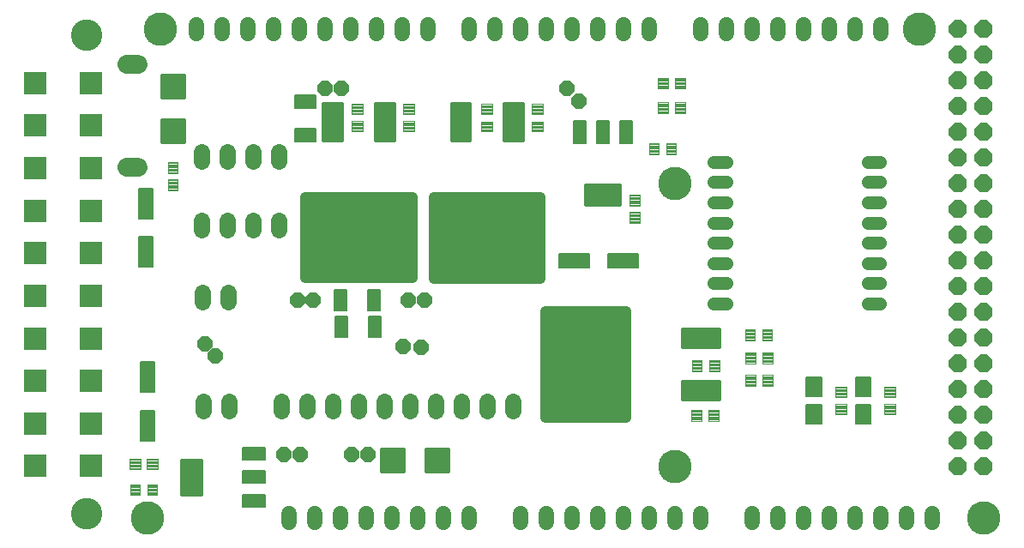
<source format=gts>
G75*
%MOIN*%
%OFA0B0*%
%FSLAX25Y25*%
%IPPOS*%
%LPD*%
%AMOC8*
5,1,8,0,0,1.08239X$1,22.5*
%
%ADD10C,0.12998*%
%ADD11C,0.06000*%
%ADD12OC8,0.07000*%
%ADD13R,0.08668X0.08668*%
%ADD14C,0.12211*%
%ADD15C,0.06337*%
%ADD16C,0.00985*%
%ADD17C,0.07400*%
%ADD18C,0.00591*%
%ADD19C,0.00434*%
%ADD20C,0.00840*%
%ADD21C,0.03540*%
%ADD22C,0.00540*%
%ADD23C,0.00631*%
%ADD24C,0.00520*%
%ADD25C,0.00906*%
%ADD26C,0.05156*%
%ADD27OC8,0.06000*%
D10*
X0063059Y0015500D03*
X0268059Y0035500D03*
X0388059Y0015500D03*
X0268059Y0145500D03*
X0363059Y0205500D03*
X0068059Y0205500D03*
D11*
X0082059Y0203820D02*
X0082059Y0207180D01*
X0092059Y0207180D02*
X0092059Y0203820D01*
X0102059Y0203820D02*
X0102059Y0207180D01*
X0112059Y0207180D02*
X0112059Y0203820D01*
X0122059Y0203820D02*
X0122059Y0207180D01*
X0132059Y0207180D02*
X0132059Y0203820D01*
X0142059Y0203820D02*
X0142059Y0207180D01*
X0152059Y0207180D02*
X0152059Y0203820D01*
X0162059Y0203820D02*
X0162059Y0207180D01*
X0172059Y0207180D02*
X0172059Y0203820D01*
X0188059Y0203820D02*
X0188059Y0207180D01*
X0198059Y0207180D02*
X0198059Y0203820D01*
X0208059Y0203820D02*
X0208059Y0207180D01*
X0218059Y0207180D02*
X0218059Y0203820D01*
X0228059Y0203820D02*
X0228059Y0207180D01*
X0238059Y0207180D02*
X0238059Y0203820D01*
X0248059Y0203820D02*
X0248059Y0207180D01*
X0258059Y0207180D02*
X0258059Y0203820D01*
X0278059Y0203820D02*
X0278059Y0207180D01*
X0288059Y0207180D02*
X0288059Y0203820D01*
X0298059Y0203820D02*
X0298059Y0207180D01*
X0308059Y0207180D02*
X0308059Y0203820D01*
X0318059Y0203820D02*
X0318059Y0207180D01*
X0328059Y0207180D02*
X0328059Y0203820D01*
X0338059Y0203820D02*
X0338059Y0207180D01*
X0348059Y0207180D02*
X0348059Y0203820D01*
X0348059Y0017180D02*
X0348059Y0013820D01*
X0338059Y0013820D02*
X0338059Y0017180D01*
X0328059Y0017180D02*
X0328059Y0013820D01*
X0318059Y0013820D02*
X0318059Y0017180D01*
X0308059Y0017180D02*
X0308059Y0013820D01*
X0298059Y0013820D02*
X0298059Y0017180D01*
X0278059Y0017180D02*
X0278059Y0013820D01*
X0268059Y0013820D02*
X0268059Y0017180D01*
X0258059Y0017180D02*
X0258059Y0013820D01*
X0248059Y0013820D02*
X0248059Y0017180D01*
X0238059Y0017180D02*
X0238059Y0013820D01*
X0228059Y0013820D02*
X0228059Y0017180D01*
X0218059Y0017180D02*
X0218059Y0013820D01*
X0208059Y0013820D02*
X0208059Y0017180D01*
X0188059Y0017180D02*
X0188059Y0013820D01*
X0178059Y0013820D02*
X0178059Y0017180D01*
X0168059Y0017180D02*
X0168059Y0013820D01*
X0158059Y0013820D02*
X0158059Y0017180D01*
X0148059Y0017180D02*
X0148059Y0013820D01*
X0138059Y0013820D02*
X0138059Y0017180D01*
X0128059Y0017180D02*
X0128059Y0013820D01*
X0118059Y0013820D02*
X0118059Y0017180D01*
X0358059Y0017180D02*
X0358059Y0013820D01*
X0368059Y0013820D02*
X0368059Y0017180D01*
D12*
X0378059Y0035500D03*
X0388059Y0035500D03*
X0388059Y0045500D03*
X0378059Y0045500D03*
X0378059Y0055500D03*
X0388059Y0055500D03*
X0388059Y0065500D03*
X0378059Y0065500D03*
X0378059Y0075500D03*
X0388059Y0075500D03*
X0388059Y0085500D03*
X0378059Y0085500D03*
X0378059Y0095500D03*
X0388059Y0095500D03*
X0388059Y0105500D03*
X0378059Y0105500D03*
X0378059Y0115500D03*
X0388059Y0115500D03*
X0388059Y0125500D03*
X0378059Y0125500D03*
X0378059Y0135500D03*
X0388059Y0135500D03*
X0388059Y0145500D03*
X0378059Y0145500D03*
X0378059Y0155500D03*
X0388059Y0155500D03*
X0388059Y0165500D03*
X0378059Y0165500D03*
X0378059Y0175500D03*
X0388059Y0175500D03*
X0388059Y0185500D03*
X0378059Y0185500D03*
X0378059Y0195500D03*
X0388059Y0195500D03*
X0388059Y0205500D03*
X0378059Y0205500D03*
D13*
X0041327Y0184634D03*
X0019673Y0184634D03*
X0019673Y0168098D03*
X0041327Y0168098D03*
X0041327Y0151563D03*
X0019673Y0151563D03*
X0019673Y0135028D03*
X0041327Y0135028D03*
X0041327Y0118492D03*
X0019673Y0118492D03*
X0019673Y0101957D03*
X0041327Y0101957D03*
X0041327Y0085421D03*
X0019673Y0085421D03*
X0019673Y0068886D03*
X0041327Y0068886D03*
X0041327Y0052350D03*
X0019673Y0052350D03*
X0019673Y0035815D03*
X0041327Y0035815D03*
D14*
X0039516Y0017311D03*
X0039516Y0203138D03*
D15*
X0084122Y0157872D02*
X0084122Y0154309D01*
X0094122Y0154309D02*
X0094122Y0157872D01*
X0104122Y0157872D02*
X0104122Y0154309D01*
X0114122Y0154309D02*
X0114122Y0157872D01*
X0114240Y0131297D02*
X0114240Y0127735D01*
X0104240Y0127735D02*
X0104240Y0131297D01*
X0094240Y0131297D02*
X0094240Y0127735D01*
X0084240Y0127735D02*
X0084240Y0131297D01*
X0084437Y0103265D02*
X0084437Y0099703D01*
X0094437Y0099703D02*
X0094437Y0103265D01*
X0094859Y0060881D02*
X0094859Y0057319D01*
X0084859Y0057319D02*
X0084859Y0060881D01*
X0115343Y0060903D02*
X0115343Y0057341D01*
X0125343Y0057341D02*
X0125343Y0060903D01*
X0135343Y0060903D02*
X0135343Y0057341D01*
X0145343Y0057341D02*
X0145343Y0060903D01*
X0155343Y0060903D02*
X0155343Y0057341D01*
X0165343Y0057341D02*
X0165343Y0060903D01*
X0175343Y0060903D02*
X0175343Y0057341D01*
X0185343Y0057341D02*
X0185343Y0060903D01*
X0195343Y0060903D02*
X0195343Y0057341D01*
X0205343Y0057341D02*
X0205343Y0060903D01*
D16*
X0180208Y0042609D02*
X0171344Y0042609D01*
X0180208Y0042609D02*
X0180208Y0033745D01*
X0171344Y0033745D01*
X0171344Y0042609D01*
X0171344Y0034729D02*
X0180208Y0034729D01*
X0180208Y0035713D02*
X0171344Y0035713D01*
X0171344Y0036697D02*
X0180208Y0036697D01*
X0180208Y0037681D02*
X0171344Y0037681D01*
X0171344Y0038665D02*
X0180208Y0038665D01*
X0180208Y0039649D02*
X0171344Y0039649D01*
X0171344Y0040633D02*
X0180208Y0040633D01*
X0180208Y0041617D02*
X0171344Y0041617D01*
X0171344Y0042601D02*
X0180208Y0042601D01*
X0162885Y0042609D02*
X0154021Y0042609D01*
X0162885Y0042609D02*
X0162885Y0033745D01*
X0154021Y0033745D01*
X0154021Y0042609D01*
X0154021Y0034729D02*
X0162885Y0034729D01*
X0162885Y0035713D02*
X0154021Y0035713D01*
X0154021Y0036697D02*
X0162885Y0036697D01*
X0162885Y0037681D02*
X0154021Y0037681D01*
X0154021Y0038665D02*
X0162885Y0038665D01*
X0162885Y0039649D02*
X0154021Y0039649D01*
X0154021Y0040633D02*
X0162885Y0040633D01*
X0162885Y0041617D02*
X0154021Y0041617D01*
X0154021Y0042601D02*
X0162885Y0042601D01*
X0077452Y0161698D02*
X0077452Y0170562D01*
X0077452Y0161698D02*
X0068588Y0161698D01*
X0068588Y0170562D01*
X0077452Y0170562D01*
X0077452Y0162682D02*
X0068588Y0162682D01*
X0068588Y0163666D02*
X0077452Y0163666D01*
X0077452Y0164650D02*
X0068588Y0164650D01*
X0068588Y0165634D02*
X0077452Y0165634D01*
X0077452Y0166618D02*
X0068588Y0166618D01*
X0068588Y0167602D02*
X0077452Y0167602D01*
X0077452Y0168586D02*
X0068588Y0168586D01*
X0068588Y0169570D02*
X0077452Y0169570D01*
X0077452Y0170554D02*
X0068588Y0170554D01*
X0077452Y0179021D02*
X0077452Y0187885D01*
X0077452Y0179021D02*
X0068588Y0179021D01*
X0068588Y0187885D01*
X0077452Y0187885D01*
X0077452Y0180005D02*
X0068588Y0180005D01*
X0068588Y0180989D02*
X0077452Y0180989D01*
X0077452Y0181973D02*
X0068588Y0181973D01*
X0068588Y0182957D02*
X0077452Y0182957D01*
X0077452Y0183941D02*
X0068588Y0183941D01*
X0068588Y0184925D02*
X0077452Y0184925D01*
X0077452Y0185909D02*
X0068588Y0185909D01*
X0068588Y0186893D02*
X0077452Y0186893D01*
X0077452Y0187877D02*
X0068588Y0187877D01*
D17*
X0059372Y0192035D02*
X0055172Y0192035D01*
X0055172Y0152035D02*
X0059372Y0152035D01*
D18*
X0065169Y0143672D02*
X0065169Y0132052D01*
X0059847Y0132052D01*
X0059847Y0143672D01*
X0065169Y0143672D01*
X0065169Y0132642D02*
X0059847Y0132642D01*
X0059847Y0133232D02*
X0065169Y0133232D01*
X0065169Y0133822D02*
X0059847Y0133822D01*
X0059847Y0134412D02*
X0065169Y0134412D01*
X0065169Y0135002D02*
X0059847Y0135002D01*
X0059847Y0135592D02*
X0065169Y0135592D01*
X0065169Y0136182D02*
X0059847Y0136182D01*
X0059847Y0136772D02*
X0065169Y0136772D01*
X0065169Y0137362D02*
X0059847Y0137362D01*
X0059847Y0137952D02*
X0065169Y0137952D01*
X0065169Y0138542D02*
X0059847Y0138542D01*
X0059847Y0139132D02*
X0065169Y0139132D01*
X0065169Y0139722D02*
X0059847Y0139722D01*
X0059847Y0140312D02*
X0065169Y0140312D01*
X0065169Y0140902D02*
X0059847Y0140902D01*
X0059847Y0141492D02*
X0065169Y0141492D01*
X0065169Y0142082D02*
X0059847Y0142082D01*
X0059847Y0142672D02*
X0065169Y0142672D01*
X0065169Y0143262D02*
X0059847Y0143262D01*
X0065169Y0124775D02*
X0065169Y0113155D01*
X0059847Y0113155D01*
X0059847Y0124775D01*
X0065169Y0124775D01*
X0065169Y0113745D02*
X0059847Y0113745D01*
X0059847Y0114335D02*
X0065169Y0114335D01*
X0065169Y0114925D02*
X0059847Y0114925D01*
X0059847Y0115515D02*
X0065169Y0115515D01*
X0065169Y0116105D02*
X0059847Y0116105D01*
X0059847Y0116695D02*
X0065169Y0116695D01*
X0065169Y0117285D02*
X0059847Y0117285D01*
X0059847Y0117875D02*
X0065169Y0117875D01*
X0065169Y0118465D02*
X0059847Y0118465D01*
X0059847Y0119055D02*
X0065169Y0119055D01*
X0065169Y0119645D02*
X0059847Y0119645D01*
X0059847Y0120235D02*
X0065169Y0120235D01*
X0065169Y0120825D02*
X0059847Y0120825D01*
X0059847Y0121415D02*
X0065169Y0121415D01*
X0065169Y0122005D02*
X0059847Y0122005D01*
X0059847Y0122595D02*
X0065169Y0122595D01*
X0065169Y0123185D02*
X0059847Y0123185D01*
X0059847Y0123775D02*
X0065169Y0123775D01*
X0065169Y0124365D02*
X0059847Y0124365D01*
X0060516Y0076271D02*
X0060516Y0064651D01*
X0060516Y0076271D02*
X0065838Y0076271D01*
X0065838Y0064651D01*
X0060516Y0064651D01*
X0060516Y0065241D02*
X0065838Y0065241D01*
X0065838Y0065831D02*
X0060516Y0065831D01*
X0060516Y0066421D02*
X0065838Y0066421D01*
X0065838Y0067011D02*
X0060516Y0067011D01*
X0060516Y0067601D02*
X0065838Y0067601D01*
X0065838Y0068191D02*
X0060516Y0068191D01*
X0060516Y0068781D02*
X0065838Y0068781D01*
X0065838Y0069371D02*
X0060516Y0069371D01*
X0060516Y0069961D02*
X0065838Y0069961D01*
X0065838Y0070551D02*
X0060516Y0070551D01*
X0060516Y0071141D02*
X0065838Y0071141D01*
X0065838Y0071731D02*
X0060516Y0071731D01*
X0060516Y0072321D02*
X0065838Y0072321D01*
X0065838Y0072911D02*
X0060516Y0072911D01*
X0060516Y0073501D02*
X0065838Y0073501D01*
X0065838Y0074091D02*
X0060516Y0074091D01*
X0060516Y0074681D02*
X0065838Y0074681D01*
X0065838Y0075271D02*
X0060516Y0075271D01*
X0060516Y0075861D02*
X0065838Y0075861D01*
X0060516Y0057373D02*
X0060516Y0045753D01*
X0060516Y0057373D02*
X0065838Y0057373D01*
X0065838Y0045753D01*
X0060516Y0045753D01*
X0060516Y0046343D02*
X0065838Y0046343D01*
X0065838Y0046933D02*
X0060516Y0046933D01*
X0060516Y0047523D02*
X0065838Y0047523D01*
X0065838Y0048113D02*
X0060516Y0048113D01*
X0060516Y0048703D02*
X0065838Y0048703D01*
X0065838Y0049293D02*
X0060516Y0049293D01*
X0060516Y0049883D02*
X0065838Y0049883D01*
X0065838Y0050473D02*
X0060516Y0050473D01*
X0060516Y0051063D02*
X0065838Y0051063D01*
X0065838Y0051653D02*
X0060516Y0051653D01*
X0060516Y0052243D02*
X0065838Y0052243D01*
X0065838Y0052833D02*
X0060516Y0052833D01*
X0060516Y0053423D02*
X0065838Y0053423D01*
X0065838Y0054013D02*
X0060516Y0054013D01*
X0060516Y0054603D02*
X0065838Y0054603D01*
X0065838Y0055193D02*
X0060516Y0055193D01*
X0060516Y0055783D02*
X0065838Y0055783D01*
X0065838Y0056373D02*
X0060516Y0056373D01*
X0060516Y0056963D02*
X0065838Y0056963D01*
X0223200Y0112839D02*
X0234820Y0112839D01*
X0223200Y0112839D02*
X0223200Y0118161D01*
X0234820Y0118161D01*
X0234820Y0112839D01*
X0234820Y0113429D02*
X0223200Y0113429D01*
X0223200Y0114019D02*
X0234820Y0114019D01*
X0234820Y0114609D02*
X0223200Y0114609D01*
X0223200Y0115199D02*
X0234820Y0115199D01*
X0234820Y0115789D02*
X0223200Y0115789D01*
X0223200Y0116379D02*
X0234820Y0116379D01*
X0234820Y0116969D02*
X0223200Y0116969D01*
X0223200Y0117559D02*
X0234820Y0117559D01*
X0234820Y0118149D02*
X0223200Y0118149D01*
X0242098Y0112839D02*
X0253718Y0112839D01*
X0242098Y0112839D02*
X0242098Y0118161D01*
X0253718Y0118161D01*
X0253718Y0112839D01*
X0253718Y0113429D02*
X0242098Y0113429D01*
X0242098Y0114019D02*
X0253718Y0114019D01*
X0253718Y0114609D02*
X0242098Y0114609D01*
X0242098Y0115199D02*
X0253718Y0115199D01*
X0253718Y0115789D02*
X0242098Y0115789D01*
X0242098Y0116379D02*
X0253718Y0116379D01*
X0253718Y0116969D02*
X0242098Y0116969D01*
X0242098Y0117559D02*
X0253718Y0117559D01*
X0253718Y0118149D02*
X0242098Y0118149D01*
D19*
X0250508Y0130206D02*
X0250508Y0134502D01*
X0254410Y0134502D01*
X0254410Y0130206D01*
X0250508Y0130206D01*
X0250508Y0130639D02*
X0254410Y0130639D01*
X0254410Y0131072D02*
X0250508Y0131072D01*
X0250508Y0131505D02*
X0254410Y0131505D01*
X0254410Y0131938D02*
X0250508Y0131938D01*
X0250508Y0132371D02*
X0254410Y0132371D01*
X0254410Y0132804D02*
X0250508Y0132804D01*
X0250508Y0133237D02*
X0254410Y0133237D01*
X0254410Y0133670D02*
X0250508Y0133670D01*
X0250508Y0134103D02*
X0254410Y0134103D01*
X0250508Y0136898D02*
X0250508Y0141194D01*
X0254410Y0141194D01*
X0254410Y0136898D01*
X0250508Y0136898D01*
X0250508Y0137331D02*
X0254410Y0137331D01*
X0254410Y0137764D02*
X0250508Y0137764D01*
X0250508Y0138197D02*
X0254410Y0138197D01*
X0254410Y0138630D02*
X0250508Y0138630D01*
X0250508Y0139063D02*
X0254410Y0139063D01*
X0254410Y0139496D02*
X0250508Y0139496D01*
X0250508Y0139929D02*
X0254410Y0139929D01*
X0254410Y0140362D02*
X0250508Y0140362D01*
X0250508Y0140795D02*
X0254410Y0140795D01*
X0258062Y0156952D02*
X0261964Y0156952D01*
X0258062Y0156952D02*
X0258062Y0161248D01*
X0261964Y0161248D01*
X0261964Y0156952D01*
X0261964Y0157385D02*
X0258062Y0157385D01*
X0258062Y0157818D02*
X0261964Y0157818D01*
X0261964Y0158251D02*
X0258062Y0158251D01*
X0258062Y0158684D02*
X0261964Y0158684D01*
X0261964Y0159117D02*
X0258062Y0159117D01*
X0258062Y0159550D02*
X0261964Y0159550D01*
X0261964Y0159983D02*
X0258062Y0159983D01*
X0258062Y0160416D02*
X0261964Y0160416D01*
X0261964Y0160849D02*
X0258062Y0160849D01*
X0264755Y0156952D02*
X0268657Y0156952D01*
X0264755Y0156952D02*
X0264755Y0161248D01*
X0268657Y0161248D01*
X0268657Y0156952D01*
X0268657Y0157385D02*
X0264755Y0157385D01*
X0264755Y0157818D02*
X0268657Y0157818D01*
X0268657Y0158251D02*
X0264755Y0158251D01*
X0264755Y0158684D02*
X0268657Y0158684D01*
X0268657Y0159117D02*
X0264755Y0159117D01*
X0264755Y0159550D02*
X0268657Y0159550D01*
X0268657Y0159983D02*
X0264755Y0159983D01*
X0264755Y0160416D02*
X0268657Y0160416D01*
X0268657Y0160849D02*
X0264755Y0160849D01*
X0265364Y0172840D02*
X0261462Y0172840D01*
X0261462Y0177136D01*
X0265364Y0177136D01*
X0265364Y0172840D01*
X0265364Y0173273D02*
X0261462Y0173273D01*
X0261462Y0173706D02*
X0265364Y0173706D01*
X0265364Y0174139D02*
X0261462Y0174139D01*
X0261462Y0174572D02*
X0265364Y0174572D01*
X0265364Y0175005D02*
X0261462Y0175005D01*
X0261462Y0175438D02*
X0265364Y0175438D01*
X0265364Y0175871D02*
X0261462Y0175871D01*
X0261462Y0176304D02*
X0265364Y0176304D01*
X0265364Y0176737D02*
X0261462Y0176737D01*
X0268155Y0172840D02*
X0272057Y0172840D01*
X0268155Y0172840D02*
X0268155Y0177136D01*
X0272057Y0177136D01*
X0272057Y0172840D01*
X0272057Y0173273D02*
X0268155Y0173273D01*
X0268155Y0173706D02*
X0272057Y0173706D01*
X0272057Y0174139D02*
X0268155Y0174139D01*
X0268155Y0174572D02*
X0272057Y0174572D01*
X0272057Y0175005D02*
X0268155Y0175005D01*
X0268155Y0175438D02*
X0272057Y0175438D01*
X0272057Y0175871D02*
X0268155Y0175871D01*
X0268155Y0176304D02*
X0272057Y0176304D01*
X0272057Y0176737D02*
X0268155Y0176737D01*
X0268155Y0182446D02*
X0272057Y0182446D01*
X0268155Y0182446D02*
X0268155Y0186742D01*
X0272057Y0186742D01*
X0272057Y0182446D01*
X0272057Y0182879D02*
X0268155Y0182879D01*
X0268155Y0183312D02*
X0272057Y0183312D01*
X0272057Y0183745D02*
X0268155Y0183745D01*
X0268155Y0184178D02*
X0272057Y0184178D01*
X0272057Y0184611D02*
X0268155Y0184611D01*
X0268155Y0185044D02*
X0272057Y0185044D01*
X0272057Y0185477D02*
X0268155Y0185477D01*
X0268155Y0185910D02*
X0272057Y0185910D01*
X0272057Y0186343D02*
X0268155Y0186343D01*
X0265364Y0182446D02*
X0261462Y0182446D01*
X0261462Y0186742D01*
X0265364Y0186742D01*
X0265364Y0182446D01*
X0265364Y0182879D02*
X0261462Y0182879D01*
X0261462Y0183312D02*
X0265364Y0183312D01*
X0265364Y0183745D02*
X0261462Y0183745D01*
X0261462Y0184178D02*
X0265364Y0184178D01*
X0265364Y0184611D02*
X0261462Y0184611D01*
X0261462Y0185044D02*
X0265364Y0185044D01*
X0265364Y0185477D02*
X0261462Y0185477D01*
X0261462Y0185910D02*
X0265364Y0185910D01*
X0265364Y0186343D02*
X0261462Y0186343D01*
X0216764Y0176439D02*
X0216764Y0172537D01*
X0212468Y0172537D01*
X0212468Y0176439D01*
X0216764Y0176439D01*
X0216764Y0172970D02*
X0212468Y0172970D01*
X0212468Y0173403D02*
X0216764Y0173403D01*
X0216764Y0173836D02*
X0212468Y0173836D01*
X0212468Y0174269D02*
X0216764Y0174269D01*
X0216764Y0174702D02*
X0212468Y0174702D01*
X0212468Y0175135D02*
X0216764Y0175135D01*
X0216764Y0175568D02*
X0212468Y0175568D01*
X0212468Y0176001D02*
X0216764Y0176001D01*
X0216764Y0176434D02*
X0212468Y0176434D01*
X0216764Y0169746D02*
X0216764Y0165844D01*
X0212468Y0165844D01*
X0212468Y0169746D01*
X0216764Y0169746D01*
X0216764Y0166277D02*
X0212468Y0166277D01*
X0212468Y0166710D02*
X0216764Y0166710D01*
X0216764Y0167143D02*
X0212468Y0167143D01*
X0212468Y0167576D02*
X0216764Y0167576D01*
X0216764Y0168009D02*
X0212468Y0168009D01*
X0212468Y0168442D02*
X0216764Y0168442D01*
X0216764Y0168875D02*
X0212468Y0168875D01*
X0212468Y0169308D02*
X0216764Y0169308D01*
X0216764Y0169741D02*
X0212468Y0169741D01*
X0192914Y0169746D02*
X0192914Y0165844D01*
X0192914Y0169746D02*
X0197210Y0169746D01*
X0197210Y0165844D01*
X0192914Y0165844D01*
X0192914Y0166277D02*
X0197210Y0166277D01*
X0197210Y0166710D02*
X0192914Y0166710D01*
X0192914Y0167143D02*
X0197210Y0167143D01*
X0197210Y0167576D02*
X0192914Y0167576D01*
X0192914Y0168009D02*
X0197210Y0168009D01*
X0197210Y0168442D02*
X0192914Y0168442D01*
X0192914Y0168875D02*
X0197210Y0168875D01*
X0197210Y0169308D02*
X0192914Y0169308D01*
X0192914Y0169741D02*
X0197210Y0169741D01*
X0192914Y0172537D02*
X0192914Y0176439D01*
X0197210Y0176439D01*
X0197210Y0172537D01*
X0192914Y0172537D01*
X0192914Y0172970D02*
X0197210Y0172970D01*
X0197210Y0173403D02*
X0192914Y0173403D01*
X0192914Y0173836D02*
X0197210Y0173836D01*
X0197210Y0174269D02*
X0192914Y0174269D01*
X0192914Y0174702D02*
X0197210Y0174702D01*
X0197210Y0175135D02*
X0192914Y0175135D01*
X0192914Y0175568D02*
X0197210Y0175568D01*
X0197210Y0176001D02*
X0192914Y0176001D01*
X0192914Y0176434D02*
X0197210Y0176434D01*
X0162512Y0176539D02*
X0162512Y0172637D01*
X0162512Y0176539D02*
X0166808Y0176539D01*
X0166808Y0172637D01*
X0162512Y0172637D01*
X0162512Y0173070D02*
X0166808Y0173070D01*
X0166808Y0173503D02*
X0162512Y0173503D01*
X0162512Y0173936D02*
X0166808Y0173936D01*
X0166808Y0174369D02*
X0162512Y0174369D01*
X0162512Y0174802D02*
X0166808Y0174802D01*
X0166808Y0175235D02*
X0162512Y0175235D01*
X0162512Y0175668D02*
X0166808Y0175668D01*
X0166808Y0176101D02*
X0162512Y0176101D01*
X0162512Y0176534D02*
X0166808Y0176534D01*
X0162512Y0169846D02*
X0162512Y0165944D01*
X0162512Y0169846D02*
X0166808Y0169846D01*
X0166808Y0165944D01*
X0162512Y0165944D01*
X0162512Y0166377D02*
X0166808Y0166377D01*
X0166808Y0166810D02*
X0162512Y0166810D01*
X0162512Y0167243D02*
X0166808Y0167243D01*
X0166808Y0167676D02*
X0162512Y0167676D01*
X0162512Y0168109D02*
X0166808Y0168109D01*
X0166808Y0168542D02*
X0162512Y0168542D01*
X0162512Y0168975D02*
X0166808Y0168975D01*
X0166808Y0169408D02*
X0162512Y0169408D01*
X0162512Y0169841D02*
X0166808Y0169841D01*
X0142558Y0169846D02*
X0142558Y0165944D01*
X0142558Y0169846D02*
X0146854Y0169846D01*
X0146854Y0165944D01*
X0142558Y0165944D01*
X0142558Y0166377D02*
X0146854Y0166377D01*
X0146854Y0166810D02*
X0142558Y0166810D01*
X0142558Y0167243D02*
X0146854Y0167243D01*
X0146854Y0167676D02*
X0142558Y0167676D01*
X0142558Y0168109D02*
X0146854Y0168109D01*
X0146854Y0168542D02*
X0142558Y0168542D01*
X0142558Y0168975D02*
X0146854Y0168975D01*
X0146854Y0169408D02*
X0142558Y0169408D01*
X0142558Y0169841D02*
X0146854Y0169841D01*
X0142558Y0172637D02*
X0142558Y0176539D01*
X0146854Y0176539D01*
X0146854Y0172637D01*
X0142558Y0172637D01*
X0142558Y0173070D02*
X0146854Y0173070D01*
X0146854Y0173503D02*
X0142558Y0173503D01*
X0142558Y0173936D02*
X0146854Y0173936D01*
X0146854Y0174369D02*
X0142558Y0174369D01*
X0142558Y0174802D02*
X0146854Y0174802D01*
X0146854Y0175235D02*
X0142558Y0175235D01*
X0142558Y0175668D02*
X0146854Y0175668D01*
X0146854Y0176101D02*
X0142558Y0176101D01*
X0142558Y0176534D02*
X0146854Y0176534D01*
X0071069Y0153908D02*
X0071069Y0149612D01*
X0071069Y0153908D02*
X0074971Y0153908D01*
X0074971Y0149612D01*
X0071069Y0149612D01*
X0071069Y0150045D02*
X0074971Y0150045D01*
X0074971Y0150478D02*
X0071069Y0150478D01*
X0071069Y0150911D02*
X0074971Y0150911D01*
X0074971Y0151344D02*
X0071069Y0151344D01*
X0071069Y0151777D02*
X0074971Y0151777D01*
X0074971Y0152210D02*
X0071069Y0152210D01*
X0071069Y0152643D02*
X0074971Y0152643D01*
X0074971Y0153076D02*
X0071069Y0153076D01*
X0071069Y0153509D02*
X0074971Y0153509D01*
X0071069Y0147215D02*
X0071069Y0142919D01*
X0071069Y0147215D02*
X0074971Y0147215D01*
X0074971Y0142919D01*
X0071069Y0142919D01*
X0071069Y0143352D02*
X0074971Y0143352D01*
X0074971Y0143785D02*
X0071069Y0143785D01*
X0071069Y0144218D02*
X0074971Y0144218D01*
X0074971Y0144651D02*
X0071069Y0144651D01*
X0071069Y0145084D02*
X0074971Y0145084D01*
X0074971Y0145517D02*
X0071069Y0145517D01*
X0071069Y0145950D02*
X0074971Y0145950D01*
X0074971Y0146383D02*
X0071069Y0146383D01*
X0071069Y0146816D02*
X0074971Y0146816D01*
X0274769Y0072643D02*
X0278671Y0072643D01*
X0274769Y0072643D02*
X0274769Y0076939D01*
X0278671Y0076939D01*
X0278671Y0072643D01*
X0278671Y0073076D02*
X0274769Y0073076D01*
X0274769Y0073509D02*
X0278671Y0073509D01*
X0278671Y0073942D02*
X0274769Y0073942D01*
X0274769Y0074375D02*
X0278671Y0074375D01*
X0278671Y0074808D02*
X0274769Y0074808D01*
X0274769Y0075241D02*
X0278671Y0075241D01*
X0278671Y0075674D02*
X0274769Y0075674D01*
X0274769Y0076107D02*
X0278671Y0076107D01*
X0278671Y0076540D02*
X0274769Y0076540D01*
X0281462Y0072643D02*
X0285364Y0072643D01*
X0281462Y0072643D02*
X0281462Y0076939D01*
X0285364Y0076939D01*
X0285364Y0072643D01*
X0285364Y0073076D02*
X0281462Y0073076D01*
X0281462Y0073509D02*
X0285364Y0073509D01*
X0285364Y0073942D02*
X0281462Y0073942D01*
X0281462Y0074375D02*
X0285364Y0074375D01*
X0285364Y0074808D02*
X0281462Y0074808D01*
X0281462Y0075241D02*
X0285364Y0075241D01*
X0285364Y0075674D02*
X0281462Y0075674D01*
X0281462Y0076107D02*
X0285364Y0076107D01*
X0285364Y0076540D02*
X0281462Y0076540D01*
X0295462Y0075752D02*
X0299364Y0075752D01*
X0295462Y0075752D02*
X0295462Y0080048D01*
X0299364Y0080048D01*
X0299364Y0075752D01*
X0299364Y0076185D02*
X0295462Y0076185D01*
X0295462Y0076618D02*
X0299364Y0076618D01*
X0299364Y0077051D02*
X0295462Y0077051D01*
X0295462Y0077484D02*
X0299364Y0077484D01*
X0299364Y0077917D02*
X0295462Y0077917D01*
X0295462Y0078350D02*
X0299364Y0078350D01*
X0299364Y0078783D02*
X0295462Y0078783D01*
X0295462Y0079216D02*
X0299364Y0079216D01*
X0299364Y0079649D02*
X0295462Y0079649D01*
X0302155Y0075752D02*
X0306057Y0075752D01*
X0302155Y0075752D02*
X0302155Y0080048D01*
X0306057Y0080048D01*
X0306057Y0075752D01*
X0306057Y0076185D02*
X0302155Y0076185D01*
X0302155Y0076618D02*
X0306057Y0076618D01*
X0306057Y0077051D02*
X0302155Y0077051D01*
X0302155Y0077484D02*
X0306057Y0077484D01*
X0306057Y0077917D02*
X0302155Y0077917D01*
X0302155Y0078350D02*
X0306057Y0078350D01*
X0306057Y0078783D02*
X0302155Y0078783D01*
X0302155Y0079216D02*
X0306057Y0079216D01*
X0306057Y0079649D02*
X0302155Y0079649D01*
X0302055Y0084652D02*
X0305957Y0084652D01*
X0302055Y0084652D02*
X0302055Y0088948D01*
X0305957Y0088948D01*
X0305957Y0084652D01*
X0305957Y0085085D02*
X0302055Y0085085D01*
X0302055Y0085518D02*
X0305957Y0085518D01*
X0305957Y0085951D02*
X0302055Y0085951D01*
X0302055Y0086384D02*
X0305957Y0086384D01*
X0305957Y0086817D02*
X0302055Y0086817D01*
X0302055Y0087250D02*
X0305957Y0087250D01*
X0305957Y0087683D02*
X0302055Y0087683D01*
X0302055Y0088116D02*
X0305957Y0088116D01*
X0305957Y0088549D02*
X0302055Y0088549D01*
X0299264Y0084652D02*
X0295362Y0084652D01*
X0295362Y0088948D01*
X0299264Y0088948D01*
X0299264Y0084652D01*
X0299264Y0085085D02*
X0295362Y0085085D01*
X0295362Y0085518D02*
X0299264Y0085518D01*
X0299264Y0085951D02*
X0295362Y0085951D01*
X0295362Y0086384D02*
X0299264Y0086384D01*
X0299264Y0086817D02*
X0295362Y0086817D01*
X0295362Y0087250D02*
X0299264Y0087250D01*
X0299264Y0087683D02*
X0295362Y0087683D01*
X0295362Y0088116D02*
X0299264Y0088116D01*
X0299264Y0088549D02*
X0295362Y0088549D01*
X0295562Y0071148D02*
X0299464Y0071148D01*
X0299464Y0066852D01*
X0295562Y0066852D01*
X0295562Y0071148D01*
X0295562Y0067285D02*
X0299464Y0067285D01*
X0299464Y0067718D02*
X0295562Y0067718D01*
X0295562Y0068151D02*
X0299464Y0068151D01*
X0299464Y0068584D02*
X0295562Y0068584D01*
X0295562Y0069017D02*
X0299464Y0069017D01*
X0299464Y0069450D02*
X0295562Y0069450D01*
X0295562Y0069883D02*
X0299464Y0069883D01*
X0299464Y0070316D02*
X0295562Y0070316D01*
X0295562Y0070749D02*
X0299464Y0070749D01*
X0302255Y0071148D02*
X0306157Y0071148D01*
X0306157Y0066852D01*
X0302255Y0066852D01*
X0302255Y0071148D01*
X0302255Y0067285D02*
X0306157Y0067285D01*
X0306157Y0067718D02*
X0302255Y0067718D01*
X0302255Y0068151D02*
X0306157Y0068151D01*
X0306157Y0068584D02*
X0302255Y0068584D01*
X0302255Y0069017D02*
X0306157Y0069017D01*
X0306157Y0069450D02*
X0302255Y0069450D01*
X0302255Y0069883D02*
X0306157Y0069883D01*
X0306157Y0070316D02*
X0302255Y0070316D01*
X0302255Y0070749D02*
X0306157Y0070749D01*
X0334774Y0066545D02*
X0334774Y0062643D01*
X0330478Y0062643D01*
X0330478Y0066545D01*
X0334774Y0066545D01*
X0334774Y0063076D02*
X0330478Y0063076D01*
X0330478Y0063509D02*
X0334774Y0063509D01*
X0334774Y0063942D02*
X0330478Y0063942D01*
X0330478Y0064375D02*
X0334774Y0064375D01*
X0334774Y0064808D02*
X0330478Y0064808D01*
X0330478Y0065241D02*
X0334774Y0065241D01*
X0334774Y0065674D02*
X0330478Y0065674D01*
X0330478Y0066107D02*
X0334774Y0066107D01*
X0334774Y0066540D02*
X0330478Y0066540D01*
X0334774Y0059853D02*
X0334774Y0055951D01*
X0330478Y0055951D01*
X0330478Y0059853D01*
X0334774Y0059853D01*
X0334774Y0056384D02*
X0330478Y0056384D01*
X0330478Y0056817D02*
X0334774Y0056817D01*
X0334774Y0057250D02*
X0330478Y0057250D01*
X0330478Y0057683D02*
X0334774Y0057683D01*
X0334774Y0058116D02*
X0330478Y0058116D01*
X0330478Y0058549D02*
X0334774Y0058549D01*
X0334774Y0058982D02*
X0330478Y0058982D01*
X0330478Y0059415D02*
X0334774Y0059415D01*
X0334774Y0059848D02*
X0330478Y0059848D01*
X0353711Y0059853D02*
X0353711Y0055951D01*
X0349415Y0055951D01*
X0349415Y0059853D01*
X0353711Y0059853D01*
X0353711Y0056384D02*
X0349415Y0056384D01*
X0349415Y0056817D02*
X0353711Y0056817D01*
X0353711Y0057250D02*
X0349415Y0057250D01*
X0349415Y0057683D02*
X0353711Y0057683D01*
X0353711Y0058116D02*
X0349415Y0058116D01*
X0349415Y0058549D02*
X0353711Y0058549D01*
X0353711Y0058982D02*
X0349415Y0058982D01*
X0349415Y0059415D02*
X0353711Y0059415D01*
X0353711Y0059848D02*
X0349415Y0059848D01*
X0353711Y0062643D02*
X0353711Y0066545D01*
X0353711Y0062643D02*
X0349415Y0062643D01*
X0349415Y0066545D01*
X0353711Y0066545D01*
X0353711Y0063076D02*
X0349415Y0063076D01*
X0349415Y0063509D02*
X0353711Y0063509D01*
X0353711Y0063942D02*
X0349415Y0063942D01*
X0349415Y0064375D02*
X0353711Y0064375D01*
X0353711Y0064808D02*
X0349415Y0064808D01*
X0349415Y0065241D02*
X0353711Y0065241D01*
X0353711Y0065674D02*
X0349415Y0065674D01*
X0349415Y0066107D02*
X0353711Y0066107D01*
X0353711Y0066540D02*
X0349415Y0066540D01*
X0285049Y0057648D02*
X0281147Y0057648D01*
X0285049Y0057648D02*
X0285049Y0053352D01*
X0281147Y0053352D01*
X0281147Y0057648D01*
X0281147Y0053785D02*
X0285049Y0053785D01*
X0285049Y0054218D02*
X0281147Y0054218D01*
X0281147Y0054651D02*
X0285049Y0054651D01*
X0285049Y0055084D02*
X0281147Y0055084D01*
X0281147Y0055517D02*
X0285049Y0055517D01*
X0285049Y0055950D02*
X0281147Y0055950D01*
X0281147Y0056383D02*
X0285049Y0056383D01*
X0285049Y0056816D02*
X0281147Y0056816D01*
X0281147Y0057249D02*
X0285049Y0057249D01*
X0278357Y0057648D02*
X0274455Y0057648D01*
X0278357Y0057648D02*
X0278357Y0053352D01*
X0274455Y0053352D01*
X0274455Y0057648D01*
X0274455Y0053785D02*
X0278357Y0053785D01*
X0278357Y0054218D02*
X0274455Y0054218D01*
X0274455Y0054651D02*
X0278357Y0054651D01*
X0278357Y0055084D02*
X0274455Y0055084D01*
X0274455Y0055517D02*
X0278357Y0055517D01*
X0278357Y0055950D02*
X0274455Y0055950D01*
X0274455Y0056383D02*
X0278357Y0056383D01*
X0278357Y0056816D02*
X0274455Y0056816D01*
X0274455Y0057249D02*
X0278357Y0057249D01*
X0067097Y0038553D02*
X0062801Y0038553D01*
X0067097Y0038553D02*
X0067097Y0034651D01*
X0062801Y0034651D01*
X0062801Y0038553D01*
X0062801Y0035084D02*
X0067097Y0035084D01*
X0067097Y0035517D02*
X0062801Y0035517D01*
X0062801Y0035950D02*
X0067097Y0035950D01*
X0067097Y0036383D02*
X0062801Y0036383D01*
X0062801Y0036816D02*
X0067097Y0036816D01*
X0067097Y0037249D02*
X0062801Y0037249D01*
X0062801Y0037682D02*
X0067097Y0037682D01*
X0067097Y0038115D02*
X0062801Y0038115D01*
X0062801Y0038548D02*
X0067097Y0038548D01*
X0060404Y0038553D02*
X0056108Y0038553D01*
X0060404Y0038553D02*
X0060404Y0034651D01*
X0056108Y0034651D01*
X0056108Y0038553D01*
X0056108Y0035084D02*
X0060404Y0035084D01*
X0060404Y0035517D02*
X0056108Y0035517D01*
X0056108Y0035950D02*
X0060404Y0035950D01*
X0060404Y0036383D02*
X0056108Y0036383D01*
X0056108Y0036816D02*
X0060404Y0036816D01*
X0060404Y0037249D02*
X0056108Y0037249D01*
X0056108Y0037682D02*
X0060404Y0037682D01*
X0060404Y0038115D02*
X0056108Y0038115D01*
X0056108Y0038548D02*
X0060404Y0038548D01*
X0060264Y0028748D02*
X0056362Y0028748D01*
X0060264Y0028748D02*
X0060264Y0024452D01*
X0056362Y0024452D01*
X0056362Y0028748D01*
X0056362Y0024885D02*
X0060264Y0024885D01*
X0060264Y0025318D02*
X0056362Y0025318D01*
X0056362Y0025751D02*
X0060264Y0025751D01*
X0060264Y0026184D02*
X0056362Y0026184D01*
X0056362Y0026617D02*
X0060264Y0026617D01*
X0060264Y0027050D02*
X0056362Y0027050D01*
X0056362Y0027483D02*
X0060264Y0027483D01*
X0060264Y0027916D02*
X0056362Y0027916D01*
X0056362Y0028349D02*
X0060264Y0028349D01*
X0063055Y0028748D02*
X0066957Y0028748D01*
X0066957Y0024452D01*
X0063055Y0024452D01*
X0063055Y0028748D01*
X0063055Y0024885D02*
X0066957Y0024885D01*
X0066957Y0025318D02*
X0063055Y0025318D01*
X0063055Y0025751D02*
X0066957Y0025751D01*
X0066957Y0026184D02*
X0063055Y0026184D01*
X0063055Y0026617D02*
X0066957Y0026617D01*
X0066957Y0027050D02*
X0063055Y0027050D01*
X0063055Y0027483D02*
X0066957Y0027483D01*
X0066957Y0027916D02*
X0063055Y0027916D01*
X0063055Y0028349D02*
X0066957Y0028349D01*
D20*
X0285536Y0061425D02*
X0285536Y0068985D01*
X0285536Y0061425D02*
X0270976Y0061425D01*
X0270976Y0068985D01*
X0285536Y0068985D01*
X0285536Y0062264D02*
X0270976Y0062264D01*
X0270976Y0063103D02*
X0285536Y0063103D01*
X0285536Y0063942D02*
X0270976Y0063942D01*
X0270976Y0064781D02*
X0285536Y0064781D01*
X0285536Y0065620D02*
X0270976Y0065620D01*
X0270976Y0066459D02*
X0285536Y0066459D01*
X0285536Y0067298D02*
X0270976Y0067298D01*
X0270976Y0068137D02*
X0285536Y0068137D01*
X0285536Y0068976D02*
X0270976Y0068976D01*
X0285536Y0081858D02*
X0285536Y0089418D01*
X0285536Y0081858D02*
X0270976Y0081858D01*
X0270976Y0089418D01*
X0285536Y0089418D01*
X0285536Y0082697D02*
X0270976Y0082697D01*
X0270976Y0083536D02*
X0285536Y0083536D01*
X0285536Y0084375D02*
X0270976Y0084375D01*
X0270976Y0085214D02*
X0285536Y0085214D01*
X0285536Y0086053D02*
X0270976Y0086053D01*
X0270976Y0086892D02*
X0285536Y0086892D01*
X0285536Y0087731D02*
X0270976Y0087731D01*
X0270976Y0088570D02*
X0285536Y0088570D01*
X0285536Y0089409D02*
X0270976Y0089409D01*
X0209059Y0176782D02*
X0201499Y0176782D01*
X0209059Y0176782D02*
X0209059Y0162222D01*
X0201499Y0162222D01*
X0201499Y0176782D01*
X0201499Y0163061D02*
X0209059Y0163061D01*
X0209059Y0163900D02*
X0201499Y0163900D01*
X0201499Y0164739D02*
X0209059Y0164739D01*
X0209059Y0165578D02*
X0201499Y0165578D01*
X0201499Y0166417D02*
X0209059Y0166417D01*
X0209059Y0167256D02*
X0201499Y0167256D01*
X0201499Y0168095D02*
X0209059Y0168095D01*
X0209059Y0168934D02*
X0201499Y0168934D01*
X0201499Y0169773D02*
X0209059Y0169773D01*
X0209059Y0170612D02*
X0201499Y0170612D01*
X0201499Y0171451D02*
X0209059Y0171451D01*
X0209059Y0172290D02*
X0201499Y0172290D01*
X0201499Y0173129D02*
X0209059Y0173129D01*
X0209059Y0173968D02*
X0201499Y0173968D01*
X0201499Y0174807D02*
X0209059Y0174807D01*
X0209059Y0175646D02*
X0201499Y0175646D01*
X0201499Y0176485D02*
X0209059Y0176485D01*
X0188626Y0176782D02*
X0181066Y0176782D01*
X0188626Y0176782D02*
X0188626Y0162222D01*
X0181066Y0162222D01*
X0181066Y0176782D01*
X0181066Y0163061D02*
X0188626Y0163061D01*
X0188626Y0163900D02*
X0181066Y0163900D01*
X0181066Y0164739D02*
X0188626Y0164739D01*
X0188626Y0165578D02*
X0181066Y0165578D01*
X0181066Y0166417D02*
X0188626Y0166417D01*
X0188626Y0167256D02*
X0181066Y0167256D01*
X0181066Y0168095D02*
X0188626Y0168095D01*
X0188626Y0168934D02*
X0181066Y0168934D01*
X0181066Y0169773D02*
X0188626Y0169773D01*
X0188626Y0170612D02*
X0181066Y0170612D01*
X0181066Y0171451D02*
X0188626Y0171451D01*
X0188626Y0172290D02*
X0181066Y0172290D01*
X0181066Y0173129D02*
X0188626Y0173129D01*
X0188626Y0173968D02*
X0181066Y0173968D01*
X0181066Y0174807D02*
X0188626Y0174807D01*
X0188626Y0175646D02*
X0181066Y0175646D01*
X0181066Y0176485D02*
X0188626Y0176485D01*
X0159203Y0176882D02*
X0151643Y0176882D01*
X0159203Y0176882D02*
X0159203Y0162322D01*
X0151643Y0162322D01*
X0151643Y0176882D01*
X0151643Y0163161D02*
X0159203Y0163161D01*
X0159203Y0164000D02*
X0151643Y0164000D01*
X0151643Y0164839D02*
X0159203Y0164839D01*
X0159203Y0165678D02*
X0151643Y0165678D01*
X0151643Y0166517D02*
X0159203Y0166517D01*
X0159203Y0167356D02*
X0151643Y0167356D01*
X0151643Y0168195D02*
X0159203Y0168195D01*
X0159203Y0169034D02*
X0151643Y0169034D01*
X0151643Y0169873D02*
X0159203Y0169873D01*
X0159203Y0170712D02*
X0151643Y0170712D01*
X0151643Y0171551D02*
X0159203Y0171551D01*
X0159203Y0172390D02*
X0151643Y0172390D01*
X0151643Y0173229D02*
X0159203Y0173229D01*
X0159203Y0174068D02*
X0151643Y0174068D01*
X0151643Y0174907D02*
X0159203Y0174907D01*
X0159203Y0175746D02*
X0151643Y0175746D01*
X0151643Y0176585D02*
X0159203Y0176585D01*
X0138770Y0176882D02*
X0131210Y0176882D01*
X0138770Y0176882D02*
X0138770Y0162322D01*
X0131210Y0162322D01*
X0131210Y0176882D01*
X0131210Y0163161D02*
X0138770Y0163161D01*
X0138770Y0164000D02*
X0131210Y0164000D01*
X0131210Y0164839D02*
X0138770Y0164839D01*
X0138770Y0165678D02*
X0131210Y0165678D01*
X0131210Y0166517D02*
X0138770Y0166517D01*
X0138770Y0167356D02*
X0131210Y0167356D01*
X0131210Y0168195D02*
X0138770Y0168195D01*
X0138770Y0169034D02*
X0131210Y0169034D01*
X0131210Y0169873D02*
X0138770Y0169873D01*
X0138770Y0170712D02*
X0131210Y0170712D01*
X0131210Y0171551D02*
X0138770Y0171551D01*
X0138770Y0172390D02*
X0131210Y0172390D01*
X0131210Y0173229D02*
X0138770Y0173229D01*
X0138770Y0174068D02*
X0131210Y0174068D01*
X0131210Y0174907D02*
X0138770Y0174907D01*
X0138770Y0175746D02*
X0131210Y0175746D01*
X0131210Y0176585D02*
X0138770Y0176585D01*
D21*
X0124276Y0140690D02*
X0166136Y0140690D01*
X0166136Y0108830D01*
X0124276Y0108830D01*
X0124276Y0140690D01*
X0124276Y0112369D02*
X0166136Y0112369D01*
X0166136Y0115908D02*
X0124276Y0115908D01*
X0124276Y0119447D02*
X0166136Y0119447D01*
X0166136Y0122986D02*
X0124276Y0122986D01*
X0124276Y0126525D02*
X0166136Y0126525D01*
X0166136Y0130064D02*
X0124276Y0130064D01*
X0124276Y0133603D02*
X0166136Y0133603D01*
X0166136Y0137142D02*
X0124276Y0137142D01*
X0124276Y0140681D02*
X0166136Y0140681D01*
X0174132Y0140590D02*
X0215992Y0140590D01*
X0215992Y0108730D01*
X0174132Y0108730D01*
X0174132Y0140590D01*
X0174132Y0112269D02*
X0215992Y0112269D01*
X0215992Y0115808D02*
X0174132Y0115808D01*
X0174132Y0119347D02*
X0215992Y0119347D01*
X0215992Y0122886D02*
X0174132Y0122886D01*
X0174132Y0126425D02*
X0215992Y0126425D01*
X0215992Y0129964D02*
X0174132Y0129964D01*
X0174132Y0133503D02*
X0215992Y0133503D01*
X0215992Y0137042D02*
X0174132Y0137042D01*
X0174132Y0140581D02*
X0215992Y0140581D01*
X0249343Y0096351D02*
X0249343Y0054491D01*
X0217483Y0054491D01*
X0217483Y0096351D01*
X0249343Y0096351D01*
X0249343Y0058030D02*
X0217483Y0058030D01*
X0217483Y0061569D02*
X0249343Y0061569D01*
X0249343Y0065108D02*
X0217483Y0065108D01*
X0217483Y0068647D02*
X0249343Y0068647D01*
X0249343Y0072186D02*
X0217483Y0072186D01*
X0217483Y0075725D02*
X0249343Y0075725D01*
X0249343Y0079264D02*
X0217483Y0079264D01*
X0217483Y0082803D02*
X0249343Y0082803D01*
X0249343Y0086342D02*
X0217483Y0086342D01*
X0217483Y0089881D02*
X0249343Y0089881D01*
X0249343Y0093420D02*
X0217483Y0093420D01*
D22*
X0153890Y0093905D02*
X0153890Y0086045D01*
X0149030Y0086045D01*
X0149030Y0093905D01*
X0153890Y0093905D01*
X0153890Y0086584D02*
X0149030Y0086584D01*
X0149030Y0087123D02*
X0153890Y0087123D01*
X0153890Y0087662D02*
X0149030Y0087662D01*
X0149030Y0088201D02*
X0153890Y0088201D01*
X0153890Y0088740D02*
X0149030Y0088740D01*
X0149030Y0089279D02*
X0153890Y0089279D01*
X0153890Y0089818D02*
X0149030Y0089818D01*
X0149030Y0090357D02*
X0153890Y0090357D01*
X0153890Y0090896D02*
X0149030Y0090896D01*
X0149030Y0091435D02*
X0153890Y0091435D01*
X0153890Y0091974D02*
X0149030Y0091974D01*
X0149030Y0092513D02*
X0153890Y0092513D01*
X0153890Y0093052D02*
X0149030Y0093052D01*
X0149030Y0093591D02*
X0153890Y0093591D01*
X0153687Y0096313D02*
X0153687Y0104173D01*
X0153687Y0096313D02*
X0148827Y0096313D01*
X0148827Y0104173D01*
X0153687Y0104173D01*
X0153687Y0096852D02*
X0148827Y0096852D01*
X0148827Y0097391D02*
X0153687Y0097391D01*
X0153687Y0097930D02*
X0148827Y0097930D01*
X0148827Y0098469D02*
X0153687Y0098469D01*
X0153687Y0099008D02*
X0148827Y0099008D01*
X0148827Y0099547D02*
X0153687Y0099547D01*
X0153687Y0100086D02*
X0148827Y0100086D01*
X0148827Y0100625D02*
X0153687Y0100625D01*
X0153687Y0101164D02*
X0148827Y0101164D01*
X0148827Y0101703D02*
X0153687Y0101703D01*
X0153687Y0102242D02*
X0148827Y0102242D01*
X0148827Y0102781D02*
X0153687Y0102781D01*
X0153687Y0103320D02*
X0148827Y0103320D01*
X0148827Y0103859D02*
X0153687Y0103859D01*
X0140687Y0104173D02*
X0140687Y0096313D01*
X0135827Y0096313D01*
X0135827Y0104173D01*
X0140687Y0104173D01*
X0140687Y0096852D02*
X0135827Y0096852D01*
X0135827Y0097391D02*
X0140687Y0097391D01*
X0140687Y0097930D02*
X0135827Y0097930D01*
X0135827Y0098469D02*
X0140687Y0098469D01*
X0140687Y0099008D02*
X0135827Y0099008D01*
X0135827Y0099547D02*
X0140687Y0099547D01*
X0140687Y0100086D02*
X0135827Y0100086D01*
X0135827Y0100625D02*
X0140687Y0100625D01*
X0140687Y0101164D02*
X0135827Y0101164D01*
X0135827Y0101703D02*
X0140687Y0101703D01*
X0140687Y0102242D02*
X0135827Y0102242D01*
X0135827Y0102781D02*
X0140687Y0102781D01*
X0140687Y0103320D02*
X0135827Y0103320D01*
X0135827Y0103859D02*
X0140687Y0103859D01*
X0140890Y0093905D02*
X0140890Y0086045D01*
X0136030Y0086045D01*
X0136030Y0093905D01*
X0140890Y0093905D01*
X0140890Y0086584D02*
X0136030Y0086584D01*
X0136030Y0087123D02*
X0140890Y0087123D01*
X0140890Y0087662D02*
X0136030Y0087662D01*
X0136030Y0088201D02*
X0140890Y0088201D01*
X0140890Y0088740D02*
X0136030Y0088740D01*
X0136030Y0089279D02*
X0140890Y0089279D01*
X0140890Y0089818D02*
X0136030Y0089818D01*
X0136030Y0090357D02*
X0140890Y0090357D01*
X0140890Y0090896D02*
X0136030Y0090896D01*
X0136030Y0091435D02*
X0140890Y0091435D01*
X0140890Y0091974D02*
X0136030Y0091974D01*
X0136030Y0092513D02*
X0140890Y0092513D01*
X0140890Y0093052D02*
X0136030Y0093052D01*
X0136030Y0093591D02*
X0140890Y0093591D01*
X0128502Y0166784D02*
X0120642Y0166784D01*
X0128502Y0166784D02*
X0128502Y0161924D01*
X0120642Y0161924D01*
X0120642Y0166784D01*
X0120642Y0162463D02*
X0128502Y0162463D01*
X0128502Y0163002D02*
X0120642Y0163002D01*
X0120642Y0163541D02*
X0128502Y0163541D01*
X0128502Y0164080D02*
X0120642Y0164080D01*
X0120642Y0164619D02*
X0128502Y0164619D01*
X0128502Y0165158D02*
X0120642Y0165158D01*
X0120642Y0165697D02*
X0128502Y0165697D01*
X0128502Y0166236D02*
X0120642Y0166236D01*
X0120642Y0166775D02*
X0128502Y0166775D01*
X0128502Y0179784D02*
X0120642Y0179784D01*
X0128502Y0179784D02*
X0128502Y0174924D01*
X0120642Y0174924D01*
X0120642Y0179784D01*
X0120642Y0175463D02*
X0128502Y0175463D01*
X0128502Y0176002D02*
X0120642Y0176002D01*
X0120642Y0176541D02*
X0128502Y0176541D01*
X0128502Y0177080D02*
X0120642Y0177080D01*
X0120642Y0177619D02*
X0128502Y0177619D01*
X0128502Y0178158D02*
X0120642Y0178158D01*
X0120642Y0178697D02*
X0128502Y0178697D01*
X0128502Y0179236D02*
X0120642Y0179236D01*
X0120642Y0179775D02*
X0128502Y0179775D01*
D23*
X0319355Y0070384D02*
X0319355Y0062938D01*
X0319355Y0070384D02*
X0325031Y0070384D01*
X0325031Y0062938D01*
X0319355Y0062938D01*
X0319355Y0063568D02*
X0325031Y0063568D01*
X0325031Y0064198D02*
X0319355Y0064198D01*
X0319355Y0064828D02*
X0325031Y0064828D01*
X0325031Y0065458D02*
X0319355Y0065458D01*
X0319355Y0066088D02*
X0325031Y0066088D01*
X0325031Y0066718D02*
X0319355Y0066718D01*
X0319355Y0067348D02*
X0325031Y0067348D01*
X0325031Y0067978D02*
X0319355Y0067978D01*
X0319355Y0068608D02*
X0325031Y0068608D01*
X0325031Y0069238D02*
X0319355Y0069238D01*
X0319355Y0069868D02*
X0325031Y0069868D01*
X0338489Y0070384D02*
X0338489Y0062938D01*
X0338489Y0070384D02*
X0344165Y0070384D01*
X0344165Y0062938D01*
X0338489Y0062938D01*
X0338489Y0063568D02*
X0344165Y0063568D01*
X0344165Y0064198D02*
X0338489Y0064198D01*
X0338489Y0064828D02*
X0344165Y0064828D01*
X0344165Y0065458D02*
X0338489Y0065458D01*
X0338489Y0066088D02*
X0344165Y0066088D01*
X0344165Y0066718D02*
X0338489Y0066718D01*
X0338489Y0067348D02*
X0344165Y0067348D01*
X0344165Y0067978D02*
X0338489Y0067978D01*
X0338489Y0068608D02*
X0344165Y0068608D01*
X0344165Y0069238D02*
X0338489Y0069238D01*
X0338489Y0069868D02*
X0344165Y0069868D01*
X0338489Y0059558D02*
X0338489Y0052112D01*
X0338489Y0059558D02*
X0344165Y0059558D01*
X0344165Y0052112D01*
X0338489Y0052112D01*
X0338489Y0052742D02*
X0344165Y0052742D01*
X0344165Y0053372D02*
X0338489Y0053372D01*
X0338489Y0054002D02*
X0344165Y0054002D01*
X0344165Y0054632D02*
X0338489Y0054632D01*
X0338489Y0055262D02*
X0344165Y0055262D01*
X0344165Y0055892D02*
X0338489Y0055892D01*
X0338489Y0056522D02*
X0344165Y0056522D01*
X0344165Y0057152D02*
X0338489Y0057152D01*
X0338489Y0057782D02*
X0344165Y0057782D01*
X0344165Y0058412D02*
X0338489Y0058412D01*
X0338489Y0059042D02*
X0344165Y0059042D01*
X0319355Y0059558D02*
X0319355Y0052112D01*
X0319355Y0059558D02*
X0325031Y0059558D01*
X0325031Y0052112D01*
X0319355Y0052112D01*
X0319355Y0052742D02*
X0325031Y0052742D01*
X0325031Y0053372D02*
X0319355Y0053372D01*
X0319355Y0054002D02*
X0325031Y0054002D01*
X0325031Y0054632D02*
X0319355Y0054632D01*
X0319355Y0055262D02*
X0325031Y0055262D01*
X0325031Y0055892D02*
X0319355Y0055892D01*
X0319355Y0056522D02*
X0325031Y0056522D01*
X0325031Y0057152D02*
X0319355Y0057152D01*
X0319355Y0057782D02*
X0325031Y0057782D01*
X0325031Y0058412D02*
X0319355Y0058412D01*
X0319355Y0059042D02*
X0325031Y0059042D01*
D24*
X0251599Y0169940D02*
X0246919Y0169940D01*
X0251599Y0169940D02*
X0251599Y0161260D01*
X0246919Y0161260D01*
X0246919Y0169940D01*
X0246919Y0161779D02*
X0251599Y0161779D01*
X0251599Y0162298D02*
X0246919Y0162298D01*
X0246919Y0162817D02*
X0251599Y0162817D01*
X0251599Y0163336D02*
X0246919Y0163336D01*
X0246919Y0163855D02*
X0251599Y0163855D01*
X0251599Y0164374D02*
X0246919Y0164374D01*
X0246919Y0164893D02*
X0251599Y0164893D01*
X0251599Y0165412D02*
X0246919Y0165412D01*
X0246919Y0165931D02*
X0251599Y0165931D01*
X0251599Y0166450D02*
X0246919Y0166450D01*
X0246919Y0166969D02*
X0251599Y0166969D01*
X0251599Y0167488D02*
X0246919Y0167488D01*
X0246919Y0168007D02*
X0251599Y0168007D01*
X0251599Y0168526D02*
X0246919Y0168526D01*
X0246919Y0169045D02*
X0251599Y0169045D01*
X0251599Y0169564D02*
X0246919Y0169564D01*
X0242499Y0169940D02*
X0237819Y0169940D01*
X0242499Y0169940D02*
X0242499Y0161260D01*
X0237819Y0161260D01*
X0237819Y0169940D01*
X0237819Y0161779D02*
X0242499Y0161779D01*
X0242499Y0162298D02*
X0237819Y0162298D01*
X0237819Y0162817D02*
X0242499Y0162817D01*
X0242499Y0163336D02*
X0237819Y0163336D01*
X0237819Y0163855D02*
X0242499Y0163855D01*
X0242499Y0164374D02*
X0237819Y0164374D01*
X0237819Y0164893D02*
X0242499Y0164893D01*
X0242499Y0165412D02*
X0237819Y0165412D01*
X0237819Y0165931D02*
X0242499Y0165931D01*
X0242499Y0166450D02*
X0237819Y0166450D01*
X0237819Y0166969D02*
X0242499Y0166969D01*
X0242499Y0167488D02*
X0237819Y0167488D01*
X0237819Y0168007D02*
X0242499Y0168007D01*
X0242499Y0168526D02*
X0237819Y0168526D01*
X0237819Y0169045D02*
X0242499Y0169045D01*
X0242499Y0169564D02*
X0237819Y0169564D01*
X0233399Y0169940D02*
X0228719Y0169940D01*
X0233399Y0169940D02*
X0233399Y0161260D01*
X0228719Y0161260D01*
X0228719Y0169940D01*
X0228719Y0161779D02*
X0233399Y0161779D01*
X0233399Y0162298D02*
X0228719Y0162298D01*
X0228719Y0162817D02*
X0233399Y0162817D01*
X0233399Y0163336D02*
X0228719Y0163336D01*
X0228719Y0163855D02*
X0233399Y0163855D01*
X0233399Y0164374D02*
X0228719Y0164374D01*
X0228719Y0164893D02*
X0233399Y0164893D01*
X0233399Y0165412D02*
X0228719Y0165412D01*
X0228719Y0165931D02*
X0233399Y0165931D01*
X0233399Y0166450D02*
X0228719Y0166450D01*
X0228719Y0166969D02*
X0233399Y0166969D01*
X0233399Y0167488D02*
X0228719Y0167488D01*
X0228719Y0168007D02*
X0233399Y0168007D01*
X0233399Y0168526D02*
X0228719Y0168526D01*
X0228719Y0169045D02*
X0233399Y0169045D01*
X0233399Y0169564D02*
X0228719Y0169564D01*
X0108851Y0042924D02*
X0108851Y0038244D01*
X0100171Y0038244D01*
X0100171Y0042924D01*
X0108851Y0042924D01*
X0108851Y0038763D02*
X0100171Y0038763D01*
X0100171Y0039282D02*
X0108851Y0039282D01*
X0108851Y0039801D02*
X0100171Y0039801D01*
X0100171Y0040320D02*
X0108851Y0040320D01*
X0108851Y0040839D02*
X0100171Y0040839D01*
X0100171Y0041358D02*
X0108851Y0041358D01*
X0108851Y0041877D02*
X0100171Y0041877D01*
X0100171Y0042396D02*
X0108851Y0042396D01*
X0108851Y0042915D02*
X0100171Y0042915D01*
X0108851Y0033824D02*
X0108851Y0029144D01*
X0100171Y0029144D01*
X0100171Y0033824D01*
X0108851Y0033824D01*
X0108851Y0029663D02*
X0100171Y0029663D01*
X0100171Y0030182D02*
X0108851Y0030182D01*
X0108851Y0030701D02*
X0100171Y0030701D01*
X0100171Y0031220D02*
X0108851Y0031220D01*
X0108851Y0031739D02*
X0100171Y0031739D01*
X0100171Y0032258D02*
X0108851Y0032258D01*
X0108851Y0032777D02*
X0100171Y0032777D01*
X0100171Y0033296D02*
X0108851Y0033296D01*
X0108851Y0033815D02*
X0100171Y0033815D01*
X0108851Y0024724D02*
X0108851Y0020044D01*
X0100171Y0020044D01*
X0100171Y0024724D01*
X0108851Y0024724D01*
X0108851Y0020563D02*
X0100171Y0020563D01*
X0100171Y0021082D02*
X0108851Y0021082D01*
X0108851Y0021601D02*
X0100171Y0021601D01*
X0100171Y0022120D02*
X0108851Y0022120D01*
X0108851Y0022639D02*
X0100171Y0022639D01*
X0100171Y0023158D02*
X0108851Y0023158D01*
X0108851Y0023677D02*
X0100171Y0023677D01*
X0100171Y0024196D02*
X0108851Y0024196D01*
X0108851Y0024715D02*
X0100171Y0024715D01*
D25*
X0084187Y0024651D02*
X0084187Y0038317D01*
X0084187Y0024651D02*
X0076033Y0024651D01*
X0076033Y0038317D01*
X0084187Y0038317D01*
X0084187Y0025556D02*
X0076033Y0025556D01*
X0076033Y0026461D02*
X0084187Y0026461D01*
X0084187Y0027366D02*
X0076033Y0027366D01*
X0076033Y0028271D02*
X0084187Y0028271D01*
X0084187Y0029176D02*
X0076033Y0029176D01*
X0076033Y0030081D02*
X0084187Y0030081D01*
X0084187Y0030986D02*
X0076033Y0030986D01*
X0076033Y0031891D02*
X0084187Y0031891D01*
X0084187Y0032796D02*
X0076033Y0032796D01*
X0076033Y0033701D02*
X0084187Y0033701D01*
X0084187Y0034606D02*
X0076033Y0034606D01*
X0076033Y0035511D02*
X0084187Y0035511D01*
X0084187Y0036416D02*
X0076033Y0036416D01*
X0076033Y0037321D02*
X0084187Y0037321D01*
X0084187Y0038226D02*
X0076033Y0038226D01*
X0233326Y0145276D02*
X0246992Y0145276D01*
X0246992Y0137122D01*
X0233326Y0137122D01*
X0233326Y0145276D01*
X0233326Y0138027D02*
X0246992Y0138027D01*
X0246992Y0138932D02*
X0233326Y0138932D01*
X0233326Y0139837D02*
X0246992Y0139837D01*
X0246992Y0140742D02*
X0233326Y0140742D01*
X0233326Y0141647D02*
X0246992Y0141647D01*
X0246992Y0142552D02*
X0233326Y0142552D01*
X0233326Y0143457D02*
X0246992Y0143457D01*
X0246992Y0144362D02*
X0233326Y0144362D01*
X0233326Y0145267D02*
X0246992Y0145267D01*
D26*
X0283350Y0146161D02*
X0288106Y0146161D01*
X0288106Y0154035D02*
X0283350Y0154035D01*
X0283350Y0138287D02*
X0288106Y0138287D01*
X0288106Y0130413D02*
X0283350Y0130413D01*
X0283350Y0122539D02*
X0288106Y0122539D01*
X0288106Y0114665D02*
X0283350Y0114665D01*
X0283350Y0106791D02*
X0288106Y0106791D01*
X0288106Y0098917D02*
X0283350Y0098917D01*
X0343224Y0098917D02*
X0347980Y0098917D01*
X0347980Y0106791D02*
X0343224Y0106791D01*
X0343224Y0114665D02*
X0347980Y0114665D01*
X0347980Y0122539D02*
X0343224Y0122539D01*
X0343224Y0130413D02*
X0347980Y0130413D01*
X0347980Y0138287D02*
X0343224Y0138287D01*
X0343224Y0146161D02*
X0347980Y0146161D01*
X0347980Y0154035D02*
X0343224Y0154035D01*
D27*
X0230859Y0177700D03*
X0226159Y0182700D03*
X0138559Y0182600D03*
X0132059Y0182600D03*
X0127459Y0100400D03*
X0121359Y0100400D03*
X0085359Y0083200D03*
X0089459Y0078700D03*
X0116059Y0040300D03*
X0122659Y0040300D03*
X0142559Y0040300D03*
X0148859Y0040400D03*
X0162559Y0082100D03*
X0169459Y0082000D03*
X0170802Y0100400D03*
X0164602Y0100300D03*
M02*

</source>
